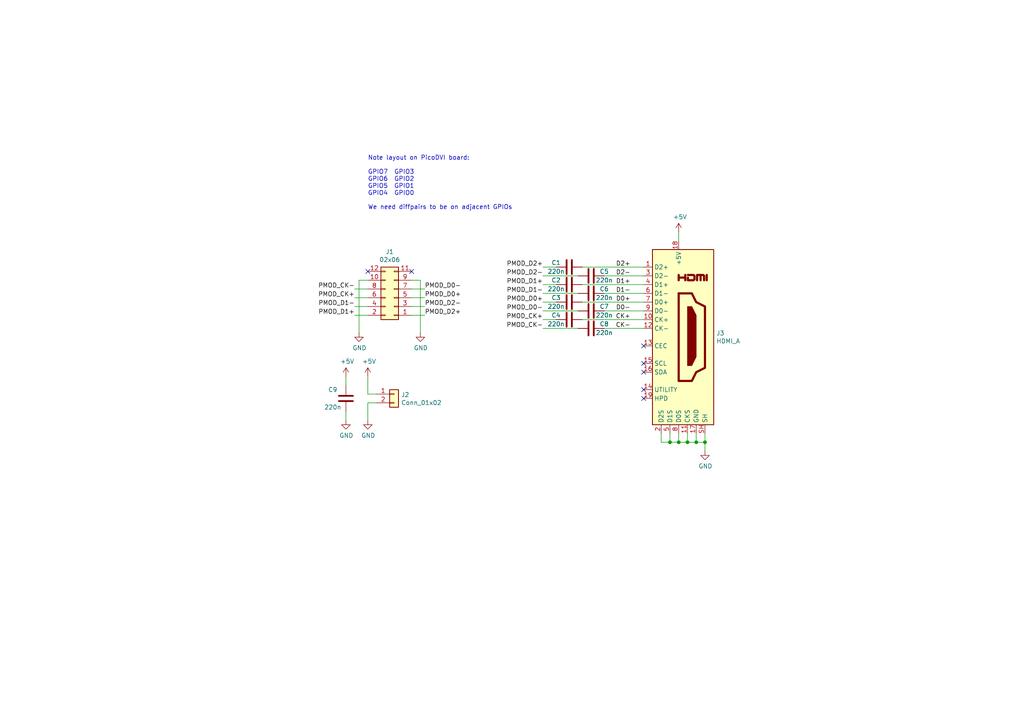
<source format=kicad_sch>
(kicad_sch (version 20230121) (generator eeschema)
  (paper "A4")
  (lib_symbols
    (symbol "Connector:HDMI_A"
      (property "Reference" "J" (at -6.35 26.67 0))
      (property "Value" "HDMI_A" (at 10.16 26.67 0))
      (symbol "HDMI_A_0_0"
        (polyline (pts (xy 8.128 16.51) (xy 8.128 18.034)) (stroke (width 0.635)))
        (polyline (pts (xy 0 16.51) (xy 0 18.034) (xy 0 17.272) (xy 1.905 17.272) (xy 1.905 18.034) (xy 1.905 16.51)) (stroke (width 0.635)))
        (polyline (pts (xy 2.667 18.034) (xy 4.318 18.034) (xy 4.572 17.78) (xy 4.572 16.764) (xy 4.318 16.51) (xy 2.667 16.51) (xy 2.667 17.272)) (stroke (width 0.635)))
      )
      (symbol "HDMI_A_0_1"
        (rectangle (start -7.62 25.4) (end 10.16 -25.4) (stroke (width 0.254)) (fill (type background)))
        (polyline (pts (xy 2.54 8.89) (xy 3.81 8.89) (xy 5.08 6.35) (xy 5.08 -5.715) (xy 3.81 -8.255) (xy 2.54 -8.255) (xy 2.54 8.89)) (fill (type outline)))
        (polyline (pts (xy 5.334 16.51) (xy 5.334 18.034) (xy 6.35 18.034) (xy 6.35 16.51) (xy 6.35 18.034) (xy 7.112 18.034) (xy 7.366 17.78) (xy 7.366 16.51)) (stroke (width 0.635)))
        (polyline (pts (xy 0 12.7) (xy 0 -12.7) (xy 3.81 -12.7) (xy 5.08 -10.16) (xy 7.62 -8.89) (xy 7.62 8.89) (xy 5.08 10.16) (xy 3.81 12.7) (xy 0 12.7)) (stroke (width 0.635)))
      )
      (symbol "HDMI_A_1_1"
        (pin passive line (at -10.16 20.32 0) (length 2.54) (name "D2+") (number "1"))
        (pin passive line (at -10.16 5.08 0) (length 2.54) (name "CK+") (number "10"))
        (pin power_in line (at 2.54 -27.94 90) (length 2.54) (name "CKS") (number "11"))
        (pin passive line (at -10.16 2.54 0) (length 2.54) (name "CK-") (number "12"))
        (pin bidirectional line (at -10.16 -2.54 0) (length 2.54) (name "CEC") (number "13"))
        (pin passive line (at -10.16 -15.24 0) (length 2.54) (name "UTILITY") (number "14"))
        (pin passive line (at -10.16 -7.62 0) (length 2.54) (name "SCL") (number "15"))
        (pin bidirectional line (at -10.16 -10.16 0) (length 2.54) (name "SDA") (number "16"))
        (pin power_in line (at 5.08 -27.94 90) (length 2.54) (name "GND") (number "17"))
        (pin power_in line (at 0 27.94 270) (length 2.54) (name "+5V") (number "18"))
        (pin passive line (at -10.16 -17.78 0) (length 2.54) (name "HPD") (number "19"))
        (pin power_in line (at -5.08 -27.94 90) (length 2.54) (name "D2S") (number "2"))
        (pin passive line (at -10.16 17.78 0) (length 2.54) (name "D2-") (number "3"))
        (pin passive line (at -10.16 15.24 0) (length 2.54) (name "D1+") (number "4"))
        (pin power_in line (at -2.54 -27.94 90) (length 2.54) (name "D1S") (number "5"))
        (pin passive line (at -10.16 12.7 0) (length 2.54) (name "D1-") (number "6"))
        (pin passive line (at -10.16 10.16 0) (length 2.54) (name "D0+") (number "7"))
        (pin power_in line (at 0 -27.94 90) (length 2.54) (name "D0S") (number "8"))
        (pin passive line (at -10.16 7.62 0) (length 2.54) (name "D0-") (number "9"))
        (pin passive line (at 7.62 -27.94 90) (length 2.54) (name "SH") (number "SH"))
      )
    )
    (symbol "Connector_Generic:Conn_01x02" (pin_names (offset 1.016) hide)
      (property "Reference" "J" (at 0 2.54 0))
      (property "Value" "Conn_01x02" (at 0 -5.08 0))
      (symbol "Conn_01x02_1_1"
        (rectangle (start -1.27 -2.413) (end 0 -2.667) (stroke (width 0.1524)))
        (rectangle (start -1.27 0.127) (end 0 -0.127) (stroke (width 0.1524)))
        (rectangle (start -1.27 1.27) (end 1.27 -3.81) (stroke (width 0.254)) (fill (type background)))
        (pin passive line (at -5.08 0 0) (length 3.81) (name "Pin_1") (number "1"))
        (pin passive line (at -5.08 -2.54 0) (length 3.81) (name "Pin_2") (number "2"))
      )
    )
    (symbol "Connector_Generic:Conn_02x06_Odd_Even" (pin_names (offset 1.016) hide)
      (property "Reference" "J" (at 1.27 7.62 0))
      (property "Value" "Conn_02x06_Odd_Even" (at 1.27 -10.16 0))
      (symbol "Conn_02x06_Odd_Even_1_1"
        (rectangle (start -1.27 -7.493) (end 0 -7.747) (stroke (width 0.1524)))
        (rectangle (start -1.27 -4.953) (end 0 -5.207) (stroke (width 0.1524)))
        (rectangle (start -1.27 -2.413) (end 0 -2.667) (stroke (width 0.1524)))
        (rectangle (start -1.27 0.127) (end 0 -0.127) (stroke (width 0.1524)))
        (rectangle (start -1.27 2.667) (end 0 2.413) (stroke (width 0.1524)))
        (rectangle (start -1.27 5.207) (end 0 4.953) (stroke (width 0.1524)))
        (rectangle (start -1.27 6.35) (end 3.81 -8.89) (stroke (width 0.254)) (fill (type background)))
        (rectangle (start 3.81 -7.493) (end 2.54 -7.747) (stroke (width 0.1524)))
        (rectangle (start 3.81 -4.953) (end 2.54 -5.207) (stroke (width 0.1524)))
        (rectangle (start 3.81 -2.413) (end 2.54 -2.667) (stroke (width 0.1524)))
        (rectangle (start 3.81 0.127) (end 2.54 -0.127) (stroke (width 0.1524)))
        (rectangle (start 3.81 2.667) (end 2.54 2.413) (stroke (width 0.1524)))
        (rectangle (start 3.81 5.207) (end 2.54 4.953) (stroke (width 0.1524)))
        (pin passive line (at -5.08 5.08 0) (length 3.81) (name "Pin_1") (number "1"))
        (pin passive line (at 7.62 -5.08 180) (length 3.81) (name "Pin_10") (number "10"))
        (pin passive line (at -5.08 -7.62 0) (length 3.81) (name "Pin_11") (number "11"))
        (pin passive line (at 7.62 -7.62 180) (length 3.81) (name "Pin_12") (number "12"))
        (pin passive line (at 7.62 5.08 180) (length 3.81) (name "Pin_2") (number "2"))
        (pin passive line (at -5.08 2.54 0) (length 3.81) (name "Pin_3") (number "3"))
        (pin passive line (at 7.62 2.54 180) (length 3.81) (name "Pin_4") (number "4"))
        (pin passive line (at -5.08 0 0) (length 3.81) (name "Pin_5") (number "5"))
        (pin passive line (at 7.62 0 180) (length 3.81) (name "Pin_6") (number "6"))
        (pin passive line (at -5.08 -2.54 0) (length 3.81) (name "Pin_7") (number "7"))
        (pin passive line (at 7.62 -2.54 180) (length 3.81) (name "Pin_8") (number "8"))
        (pin passive line (at -5.08 -5.08 0) (length 3.81) (name "Pin_9") (number "9"))
      )
    )
    (symbol "Device:C" (pin_numbers hide) (pin_names (offset 0.254))
      (property "Reference" "C" (at 0.635 2.54 0))
      (property "Value" "C" (at 0.635 -2.54 0))
      (symbol "C_0_1"
        (polyline (pts (xy -2.032 -0.762) (xy 2.032 -0.762)) (stroke (width 0.508)))
        (polyline (pts (xy -2.032 0.762) (xy 2.032 0.762)) (stroke (width 0.508)))
      )
      (symbol "C_1_1"
        (pin passive line (at 0 3.81 270) (length 2.794) (name "~") (number "1"))
        (pin passive line (at 0 -3.81 90) (length 2.794) (name "~") (number "2"))
      )
    )
    (symbol "power:+5V" (power) (pin_names (offset 0))
      (property "Value" "+5V" (at 0 3.556 0))
      (symbol "+5V_0_1"
        (polyline (pts (xy -0.762 1.27) (xy 0 2.54)))
        (polyline (pts (xy 0 0) (xy 0 2.54)))
        (polyline (pts (xy 0 2.54) (xy 0.762 1.27)))
      )
      (symbol "+5V_1_1"
        (pin power_in line (at 0 0 90) (length 0) hide (name "+5V") (number "1"))
      )
    )
    (symbol "power:GND" (power) (pin_names (offset 0))
      (property "Value" "GND" (at 0 -3.81 0))
      (symbol "GND_0_1"
        (polyline (pts (xy 0 0) (xy 0 -1.27) (xy 1.27 -1.27) (xy 0 -2.54) (xy -1.27 -1.27) (xy 0 -1.27)))
      )
      (symbol "GND_1_1"
        (pin power_in line (at 0 0 270) (length 0) hide (name "GND") (number "1"))
      )
    )
  )
  (junction (at 194.31 128.27))
  (junction (at 204.47 128.27))
  (junction (at 196.85 128.27))
  (junction (at 201.93 128.27))
  (junction (at 199.39 128.27))
  (no_connect (at 119.38 78.74))
  (no_connect (at 186.69 100.33))
  (no_connect (at 106.68 78.74))
  (no_connect (at 186.69 105.41))
  (no_connect (at 186.69 115.57))
  (no_connect (at 186.69 107.95))
  (no_connect (at 186.69 113.03))
  (wire (pts (xy 191.77 128.27) (xy 194.31 128.27)))
  (wire (pts (xy 121.92 81.28) (xy 121.92 96.52)))
  (wire (pts (xy 161.29 82.55) (xy 157.48 82.55)))
  (wire (pts (xy 106.68 83.82) (xy 102.87 83.82)))
  (wire (pts (xy 194.31 125.73) (xy 194.31 128.27)))
  (wire (pts (xy 106.68 114.3) (xy 109.22 114.3)))
  (wire (pts (xy 168.91 87.63) (xy 186.69 87.63)))
  (wire (pts (xy 168.91 82.55) (xy 186.69 82.55)))
  (wire (pts (xy 157.48 90.17) (xy 167.64 90.17)))
  (wire (pts (xy 196.85 125.73) (xy 196.85 128.27)))
  (wire (pts (xy 157.48 85.09) (xy 167.64 85.09)))
  (wire (pts (xy 109.22 116.84) (xy 106.68 116.84)))
  (wire (pts (xy 106.68 88.9) (xy 102.87 88.9)))
  (wire (pts (xy 191.77 125.73) (xy 191.77 128.27)))
  (wire (pts (xy 199.39 128.27) (xy 201.93 128.27)))
  (wire (pts (xy 175.26 95.25) (xy 186.69 95.25)))
  (wire (pts (xy 119.38 91.44) (xy 123.19 91.44)))
  (wire (pts (xy 175.26 85.09) (xy 186.69 85.09)))
  (wire (pts (xy 157.48 95.25) (xy 167.64 95.25)))
  (wire (pts (xy 196.85 128.27) (xy 199.39 128.27)))
  (wire (pts (xy 104.14 81.28) (xy 104.14 96.52)))
  (wire (pts (xy 157.48 80.01) (xy 167.64 80.01)))
  (wire (pts (xy 106.68 91.44) (xy 102.87 91.44)))
  (wire (pts (xy 119.38 83.82) (xy 123.19 83.82)))
  (wire (pts (xy 196.85 69.85) (xy 196.85 67.31)))
  (wire (pts (xy 106.68 81.28) (xy 104.14 81.28)))
  (wire (pts (xy 204.47 128.27) (xy 204.47 125.73)))
  (wire (pts (xy 204.47 128.27) (xy 204.47 130.81)))
  (wire (pts (xy 106.68 116.84) (xy 106.68 121.92)))
  (wire (pts (xy 168.91 77.47) (xy 186.69 77.47)))
  (wire (pts (xy 119.38 86.36) (xy 123.19 86.36)))
  (wire (pts (xy 201.93 125.73) (xy 201.93 128.27)))
  (wire (pts (xy 168.91 92.71) (xy 186.69 92.71)))
  (wire (pts (xy 119.38 81.28) (xy 121.92 81.28)))
  (wire (pts (xy 161.29 87.63) (xy 157.48 87.63)))
  (wire (pts (xy 194.31 128.27) (xy 196.85 128.27)))
  (wire (pts (xy 161.29 77.47) (xy 157.48 77.47)))
  (wire (pts (xy 175.26 90.17) (xy 186.69 90.17)))
  (wire (pts (xy 100.33 111.76) (xy 100.33 109.22)))
  (wire (pts (xy 161.29 92.71) (xy 157.48 92.71)))
  (wire (pts (xy 106.68 86.36) (xy 102.87 86.36)))
  (wire (pts (xy 199.39 125.73) (xy 199.39 128.27)))
  (wire (pts (xy 201.93 128.27) (xy 204.47 128.27)))
  (wire (pts (xy 119.38 88.9) (xy 123.19 88.9)))
  (wire (pts (xy 175.26 80.01) (xy 186.69 80.01)))
  (wire (pts (xy 106.68 109.22) (xy 106.68 114.3)))
  (wire (pts (xy 100.33 119.38) (xy 100.33 121.92)))
  (text "Note layout on PicoDVI board:\n\nGPIO7  GPIO3\nGPIO6  GPIO2\nGPIO5  GPIO1\nGPIO4  GPIO0\n\nWe need diffpairs to be on adjacent GPIOs" (at 106.68 60.96 0) (effects (font (size 1.27 1.27)) (justify left bottom)))
  (label "PMOD_D0-" (at 123.19 83.82 0))
  (label "PMOD_D1-" (at 102.87 88.9 180))
  (label "PMOD_D2+" (at 157.48 77.47 180))
  (label "PMOD_D0-" (at 157.48 90.17 180))
  (label "PMOD_D1-" (at 157.48 85.09 180))
  (label "D1+" (at 182.88 82.55 180))
  (label "D2-" (at 182.88 80.01 180))
  (label "PMOD_CK-" (at 102.87 83.82 180))
  (label "PMOD_D0+" (at 157.48 87.63 180))
  (label "CK-" (at 182.88 95.25 180))
  (label "PMOD_D1+" (at 157.48 82.55 180))
  (label "PMOD_D0+" (at 123.19 86.36 0))
  (label "PMOD_CK+" (at 102.87 86.36 180))
  (label "PMOD_D2-" (at 157.48 80.01 180))
  (label "PMOD_CK+" (at 157.48 92.71 180))
  (label "D0+" (at 182.88 87.63 180))
  (label "D0-" (at 182.88 90.17 180))
  (label "D2+" (at 182.88 77.47 180))
  (label "PMOD_D2-" (at 123.19 88.9 0))
  (label "D1-" (at 182.88 85.09 180))
  (label "PMOD_D1+" (at 102.87 91.44 180))
  (label "PMOD_D2+" (at 123.19 91.44 0))
  (label "CK+" (at 182.88 92.71 180))
  (label "PMOD_CK-" (at 157.48 95.25 180))
  (symbol (lib_id "Connector:HDMI_A") (at 196.85 97.79 0) (unit 1)
    (property "Reference" "J3" (at 207.7466 96.6216 0) (effects (justify left)))
    (property "Value" "HDMI_A" (at 207.7466 98.933 0) (effects (justify left)))
    (property "Footprint" "picodvi:HDMI-SS-53000" (effects hide))
    (property "Datasheet" "https://en.wikipedia.org/wiki/HDMI" (effects hide))
  )
  (symbol (lib_id "Connector_Generic:Conn_02x06_Odd_Even") (at 114.3 86.36 180) (unit 1)
    (property "Reference" "J1" (at 113.03 73.025 0))
    (property "Value" "02x06" (at 113.03 75.3364 0))
    (property "Footprint" "Connector_PinSocket_2.54mm:PinSocket_2x06_P2.54mm_Horizontal" (effects hide))
  )
  (symbol (lib_id "power:GND") (at 104.14 96.52 0) (unit 1)
    (property "Reference" "#PWR0103" (effects hide))
    (property "Value" "GND" (at 104.267 100.9142 0))
  )
  (symbol (lib_id "power:GND") (at 121.92 96.52 0) (unit 1)
    (property "Reference" "#PWR0104" (effects hide))
    (property "Value" "GND" (at 122.047 100.9142 0))
  )
  (symbol (lib_id "Device:C") (at 165.1 77.47 270) (unit 1)
    (property "Reference" "C1" (at 161.29 76.2 90))
    (property "Value" "220n" (at 161.29 78.74 90))
    (property "Footprint" "Capacitor_SMD:C_0402_1005Metric" (effects hide))
  )
  (symbol (lib_id "Device:C") (at 171.45 80.01 270) (unit 1)
    (property "Reference" "C5" (at 175.26 78.74 90))
    (property "Value" "220n" (at 175.26 81.28 90))
    (property "Footprint" "Capacitor_SMD:C_0402_1005Metric" (effects hide))
  )
  (symbol (lib_id "Device:C") (at 165.1 82.55 270) (unit 1)
    (property "Reference" "C2" (at 161.29 81.28 90))
    (property "Value" "220n" (at 161.29 83.82 90))
    (property "Footprint" "Capacitor_SMD:C_0402_1005Metric" (effects hide))
  )
  (symbol (lib_id "Device:C") (at 171.45 85.09 270) (unit 1)
    (property "Reference" "C6" (at 175.26 83.82 90))
    (property "Value" "220n" (at 175.26 86.36 90))
    (property "Footprint" "Capacitor_SMD:C_0402_1005Metric" (effects hide))
  )
  (symbol (lib_id "Device:C") (at 165.1 87.63 270) (unit 1)
    (property "Reference" "C3" (at 161.29 86.36 90))
    (property "Value" "220n" (at 161.29 88.9 90))
    (property "Footprint" "Capacitor_SMD:C_0402_1005Metric" (effects hide))
  )
  (symbol (lib_id "Device:C") (at 171.45 90.17 270) (unit 1)
    (property "Reference" "C7" (at 175.26 88.9 90))
    (property "Value" "220n" (at 175.26 91.44 90))
    (property "Footprint" "Capacitor_SMD:C_0402_1005Metric" (effects hide))
  )
  (symbol (lib_id "Device:C") (at 165.1 92.71 270) (unit 1)
    (property "Reference" "C4" (at 161.29 91.44 90))
    (property "Value" "220n" (at 161.29 93.98 90))
    (property "Footprint" "Capacitor_SMD:C_0402_1005Metric" (effects hide))
  )
  (symbol (lib_id "Device:C") (at 171.45 95.25 270) (unit 1)
    (property "Reference" "C8" (at 175.26 93.98 90))
    (property "Value" "220n" (at 175.26 96.52 90))
    (property "Footprint" "Capacitor_SMD:C_0402_1005Metric" (effects hide))
  )
  (symbol (lib_id "power:GND") (at 204.47 130.81 0) (unit 1)
    (property "Reference" "#PWR0105" (effects hide))
    (property "Value" "GND" (at 204.597 135.2042 0))
  )
  (symbol (lib_id "power:+5V") (at 196.85 67.31 0) (unit 1)
    (property "Reference" "#PWR0106" (effects hide))
    (property "Value" "+5V" (at 197.231 62.9158 0))
  )
  (symbol (lib_id "Connector_Generic:Conn_01x02") (at 114.3 114.3 0) (unit 1)
    (property "Reference" "J2" (at 116.332 114.5032 0) (effects (justify left)))
    (property "Value" "Conn_01x02" (at 116.332 116.8146 0) (effects (justify left)))
    (property "Footprint" "Connector_PinHeader_2.54mm:PinHeader_1x02_P2.54mm_Vertical" (effects hide))
  )
  (symbol (lib_id "power:+5V") (at 106.68 109.22 0) (unit 1)
    (property "Reference" "#PWR0107" (effects hide))
    (property "Value" "+5V" (at 107.061 104.8258 0))
  )
  (symbol (lib_id "power:GND") (at 106.68 121.92 0) (unit 1)
    (property "Reference" "#PWR0108" (effects hide))
    (property "Value" "GND" (at 106.807 126.3142 0))
  )
  (symbol (lib_id "Device:C") (at 100.33 115.57 180) (unit 1)
    (property "Reference" "C9" (at 96.52 113.03 0))
    (property "Value" "220n" (at 96.52 118.11 0))
    (property "Footprint" "Capacitor_SMD:C_0402_1005Metric" (effects hide))
  )
  (symbol (lib_id "power:+5V") (at 100.33 109.22 0) (unit 1)
    (property "Reference" "#PWR01" (effects hide))
    (property "Value" "+5V" (at 100.711 104.8258 0))
  )
  (symbol (lib_id "power:GND") (at 100.33 121.92 0) (unit 1)
    (property "Reference" "#PWR02" (effects hide))
    (property "Value" "GND" (at 100.457 126.3142 0))
  )
)
</source>
